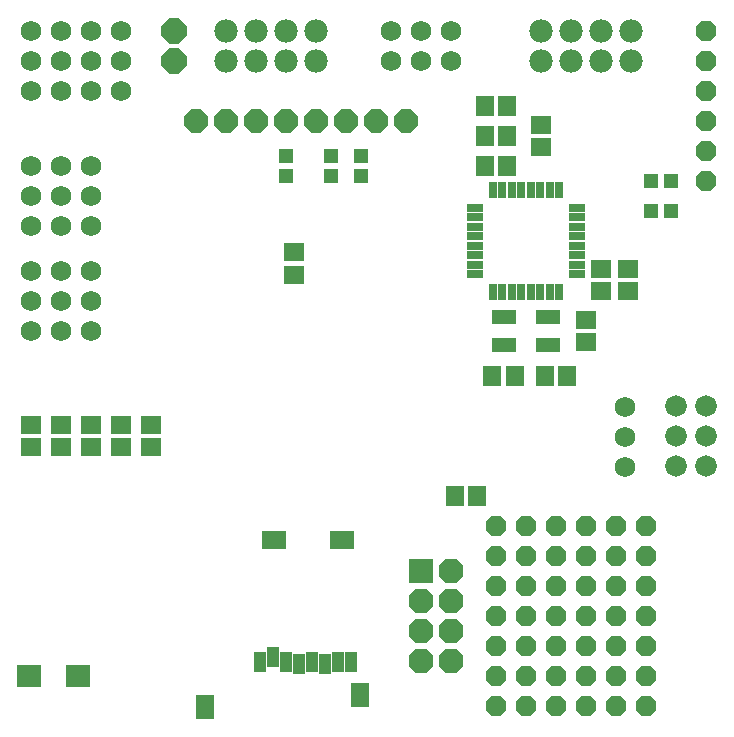
<source format=gbr>
G04 EAGLE Gerber RS-274X export*
G75*
%MOMM*%
%FSLAX34Y34*%
%LPD*%
%INSoldermask Bottom*%
%IPPOS*%
%AMOC8*
5,1,8,0,0,1.08239X$1,22.5*%
G01*
%ADD10R,1.703200X1.503200*%
%ADD11R,1.203200X1.303200*%
%ADD12R,1.003200X1.703200*%
%ADD13R,1.603200X2.103200*%
%ADD14R,2.003200X1.603200*%
%ADD15P,2.254402X8X202.500000*%
%ADD16R,2.082800X2.082800*%
%ADD17R,1.503200X1.703200*%
%ADD18P,2.144431X8X112.500000*%
%ADD19R,0.762000X1.473200*%
%ADD20R,1.473200X0.762000*%
%ADD21R,2.103200X1.303200*%
%ADD22R,1.303200X1.203200*%
%ADD23C,1.828800*%
%ADD24C,1.727200*%
%ADD25C,1.981200*%
%ADD26P,1.869504X8X22.500000*%
%ADD27P,1.869504X8X112.500000*%
%ADD28R,2.003200X1.903200*%
%ADD29P,2.309387X8X22.500000*%


D10*
X184150Y784250D03*
X184150Y803250D03*
D11*
X241300Y867800D03*
X241300Y884800D03*
X215900Y867800D03*
X215900Y884800D03*
X177800Y884800D03*
X177800Y867800D03*
D10*
X38100Y638200D03*
X38100Y657200D03*
X63500Y638200D03*
X63500Y657200D03*
X12700Y638200D03*
X12700Y657200D03*
X-12700Y638200D03*
X-12700Y657200D03*
X-38100Y638200D03*
X-38100Y657200D03*
D12*
X155860Y456680D03*
X166860Y460680D03*
X177860Y456680D03*
X188860Y454680D03*
X199860Y456680D03*
X210860Y454680D03*
X221860Y456680D03*
X232860Y456680D03*
D13*
X240760Y428180D03*
X109260Y418180D03*
D14*
X224760Y559680D03*
X167760Y559680D03*
D15*
X292100Y457200D03*
X292100Y482600D03*
X292100Y508000D03*
D16*
X292100Y533400D03*
D15*
X317500Y457200D03*
X317500Y482600D03*
X317500Y508000D03*
X317500Y533400D03*
D17*
X339700Y596900D03*
X320700Y596900D03*
D18*
X101600Y914400D03*
X127000Y914400D03*
X152400Y914400D03*
X177800Y914400D03*
X203200Y914400D03*
X228600Y914400D03*
X254000Y914400D03*
X279400Y914400D03*
D19*
X409000Y769874D03*
X401000Y769874D03*
X393000Y769874D03*
X385000Y769874D03*
X377000Y769874D03*
X369000Y769874D03*
X361000Y769874D03*
X353000Y769874D03*
D20*
X338074Y784800D03*
X338074Y792800D03*
X338074Y800800D03*
X338074Y808800D03*
X338074Y816800D03*
X338074Y824800D03*
X338074Y832800D03*
X338074Y840800D03*
D19*
X353000Y855726D03*
X361000Y855726D03*
X369000Y855726D03*
X377000Y855726D03*
X385000Y855726D03*
X393000Y855726D03*
X401000Y855726D03*
X409000Y855726D03*
D20*
X423926Y840800D03*
X423926Y832800D03*
X423926Y824800D03*
X423926Y816800D03*
X423926Y808800D03*
X423926Y800800D03*
X423926Y792800D03*
X423926Y784800D03*
D21*
X362500Y748100D03*
X399500Y725100D03*
X362500Y725100D03*
X399500Y748100D03*
D17*
X396900Y698500D03*
X415900Y698500D03*
X371450Y698500D03*
X352450Y698500D03*
D10*
X393700Y892200D03*
X393700Y911200D03*
D17*
X365100Y876300D03*
X346100Y876300D03*
X365100Y901700D03*
X346100Y901700D03*
X365100Y927100D03*
X346100Y927100D03*
D22*
X486800Y863600D03*
X503800Y863600D03*
X486800Y838200D03*
X503800Y838200D03*
D23*
X508000Y647700D03*
X533400Y647700D03*
X533400Y673100D03*
X508000Y673100D03*
X508000Y622300D03*
X533400Y622300D03*
D24*
X266700Y990600D03*
X292100Y990600D03*
X317500Y990600D03*
D10*
X431800Y746100D03*
X431800Y727100D03*
D25*
X393700Y990600D03*
X419100Y990600D03*
X444500Y990600D03*
X469900Y990600D03*
X393700Y965200D03*
X419100Y965200D03*
X444500Y965200D03*
X469900Y965200D03*
D24*
X-38100Y939800D03*
X-38100Y965200D03*
X-38100Y990600D03*
X-12700Y939800D03*
X-12700Y965200D03*
X-12700Y990600D03*
X12700Y939800D03*
X12700Y965200D03*
X12700Y990600D03*
X38100Y939800D03*
X38100Y965200D03*
X38100Y990600D03*
X-38100Y736600D03*
X-38100Y762000D03*
X-38100Y787400D03*
X-12700Y736600D03*
X-12700Y762000D03*
X-12700Y787400D03*
D25*
X127000Y990600D03*
X152400Y990600D03*
X177800Y990600D03*
X203200Y990600D03*
D24*
X-38100Y876300D03*
X-12700Y876300D03*
X12700Y876300D03*
X-38100Y850900D03*
X-12700Y850900D03*
X12700Y850900D03*
X-38100Y825500D03*
X-12700Y825500D03*
X12700Y825500D03*
D26*
X533400Y990600D03*
X533400Y965200D03*
X533400Y939800D03*
X533400Y914400D03*
X533400Y889000D03*
X533400Y863600D03*
D25*
X127000Y965200D03*
X152400Y965200D03*
X177800Y965200D03*
X203200Y965200D03*
D27*
X355600Y571500D03*
X381000Y571500D03*
X406400Y571500D03*
X431800Y571500D03*
X457200Y571500D03*
X482600Y571500D03*
X355600Y546100D03*
X381000Y546100D03*
X406400Y546100D03*
X431800Y546100D03*
X457200Y546100D03*
X482600Y546100D03*
X355600Y520700D03*
X381000Y520700D03*
X406400Y520700D03*
X431800Y520700D03*
X457200Y520700D03*
X482600Y520700D03*
X355600Y495300D03*
X381000Y495300D03*
X406400Y495300D03*
X431800Y495300D03*
X457200Y495300D03*
X482600Y495300D03*
X355600Y469900D03*
X381000Y469900D03*
X406400Y469900D03*
X431800Y469900D03*
X457200Y469900D03*
X482600Y469900D03*
X355600Y444500D03*
X381000Y444500D03*
X406400Y444500D03*
X431800Y444500D03*
X457200Y444500D03*
X482600Y444500D03*
X355600Y419100D03*
X381000Y419100D03*
X406400Y419100D03*
X431800Y419100D03*
X457200Y419100D03*
X482600Y419100D03*
D24*
X266700Y965200D03*
X292100Y965200D03*
X317500Y965200D03*
D28*
X-39550Y444500D03*
X1450Y444500D03*
D29*
X82550Y965200D03*
X82550Y990600D03*
D24*
X12700Y736600D03*
X12700Y762000D03*
X12700Y787400D03*
D10*
X444500Y789280D03*
X444500Y770280D03*
X467360Y789280D03*
X467360Y770280D03*
D24*
X464820Y671830D03*
X464820Y646430D03*
X464820Y621030D03*
M02*

</source>
